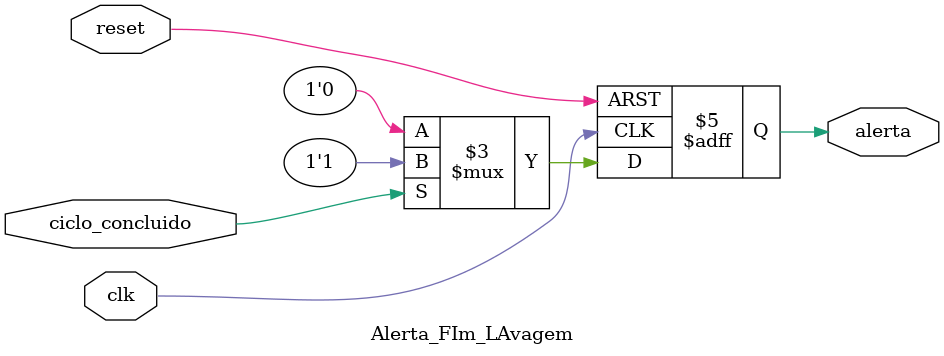
<source format=v>
`timescale 1ns / 1ps

module Alerta_FIm_LAvagem(    input ciclo_concluido, 
    input clk,
    input reset,
    output reg alerta 
);
always @(posedge clk or posedge reset) begin
    if (reset) begin
        alerta <= 0; 
    end else begin
        if (ciclo_concluido) begin
            alerta <= 1; 
        end else begin
            alerta <= 0; 
        end
    end
end
endmodule


</source>
